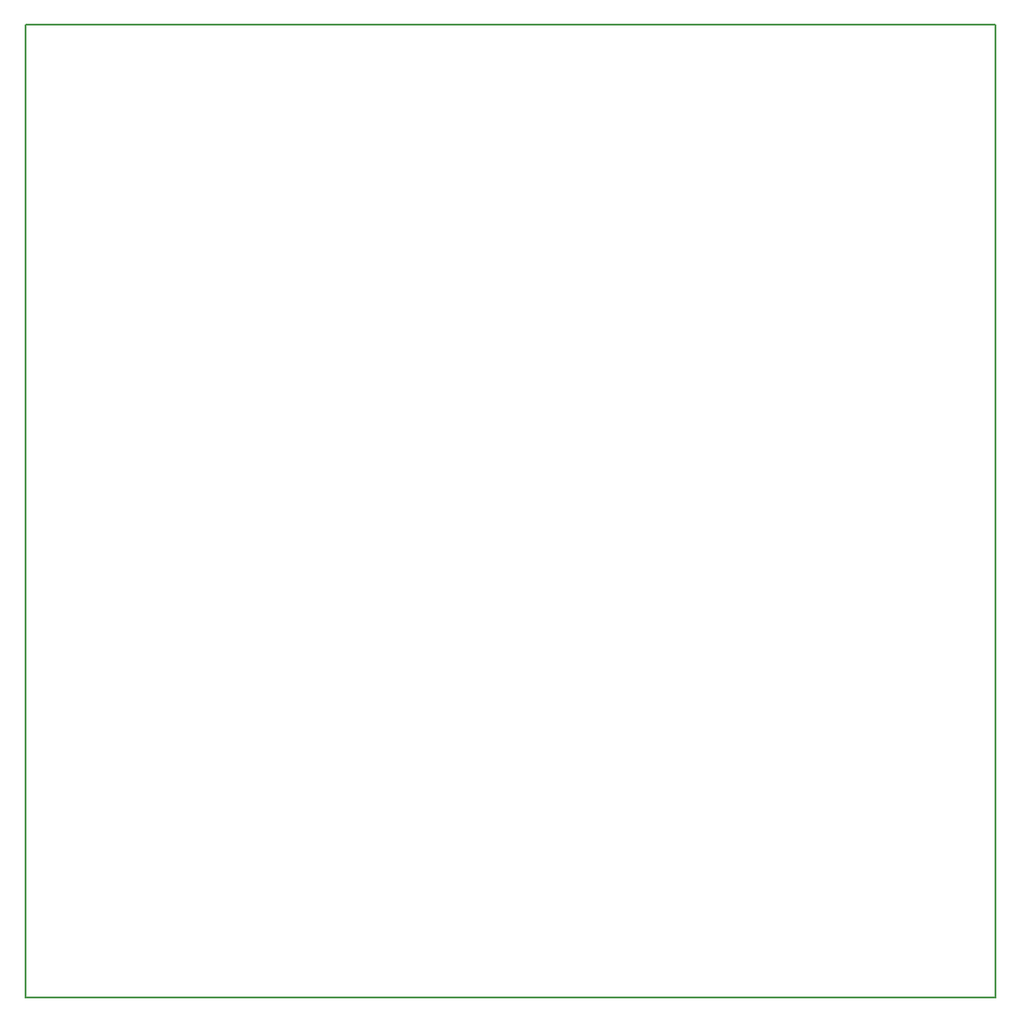
<source format=gbo>
G04 MADE WITH FRITZING*
G04 WWW.FRITZING.ORG*
G04 DOUBLE SIDED*
G04 HOLES PLATED*
G04 CONTOUR ON CENTER OF CONTOUR VECTOR*
%ASAXBY*%
%FSLAX23Y23*%
%MOIN*%
%OFA0B0*%
%SFA1.0B1.0*%
%ADD10R,3.553490X3.563930X3.537490X3.547930*%
%ADD11C,0.008000*%
%LNSILK0*%
G90*
G70*
G54D11*
X4Y3560D02*
X3549Y3560D01*
X3549Y4D01*
X4Y4D01*
X4Y3560D01*
D02*
G04 End of Silk0*
M02*
</source>
